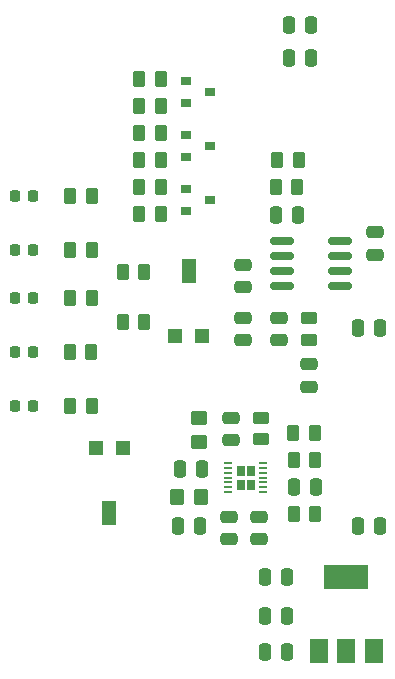
<source format=gtp>
%TF.GenerationSoftware,KiCad,Pcbnew,(6.0.1)*%
%TF.CreationDate,2022-01-31T22:44:09+01:00*%
%TF.ProjectId,TRX_Board,5452585f-426f-4617-9264-2e6b69636164,V 1.0a*%
%TF.SameCoordinates,Original*%
%TF.FileFunction,Paste,Top*%
%TF.FilePolarity,Positive*%
%FSLAX46Y46*%
G04 Gerber Fmt 4.6, Leading zero omitted, Abs format (unit mm)*
G04 Created by KiCad (PCBNEW (6.0.1)) date 2022-01-31 22:44:09*
%MOMM*%
%LPD*%
G01*
G04 APERTURE LIST*
G04 Aperture macros list*
%AMRoundRect*
0 Rectangle with rounded corners*
0 $1 Rounding radius*
0 $2 $3 $4 $5 $6 $7 $8 $9 X,Y pos of 4 corners*
0 Add a 4 corners polygon primitive as box body*
4,1,4,$2,$3,$4,$5,$6,$7,$8,$9,$2,$3,0*
0 Add four circle primitives for the rounded corners*
1,1,$1+$1,$2,$3*
1,1,$1+$1,$4,$5*
1,1,$1+$1,$6,$7*
1,1,$1+$1,$8,$9*
0 Add four rect primitives between the rounded corners*
20,1,$1+$1,$2,$3,$4,$5,0*
20,1,$1+$1,$4,$5,$6,$7,0*
20,1,$1+$1,$6,$7,$8,$9,0*
20,1,$1+$1,$8,$9,$2,$3,0*%
G04 Aperture macros list end*
%ADD10RoundRect,0.250000X-0.475000X0.250000X-0.475000X-0.250000X0.475000X-0.250000X0.475000X0.250000X0*%
%ADD11RoundRect,0.250000X0.250000X0.475000X-0.250000X0.475000X-0.250000X-0.475000X0.250000X-0.475000X0*%
%ADD12RoundRect,0.250000X0.475000X-0.250000X0.475000X0.250000X-0.475000X0.250000X-0.475000X-0.250000X0*%
%ADD13RoundRect,0.250000X-0.250000X-0.475000X0.250000X-0.475000X0.250000X0.475000X-0.250000X0.475000X0*%
%ADD14R,0.900000X0.800000*%
%ADD15RoundRect,0.249999X-0.262501X-0.450001X0.262501X-0.450001X0.262501X0.450001X-0.262501X0.450001X0*%
%ADD16RoundRect,0.249999X0.262501X0.450001X-0.262501X0.450001X-0.262501X-0.450001X0.262501X-0.450001X0*%
%ADD17RoundRect,0.249999X-0.450001X0.262501X-0.450001X-0.262501X0.450001X-0.262501X0.450001X0.262501X0*%
%ADD18RoundRect,0.249999X0.450001X-0.262501X0.450001X0.262501X-0.450001X0.262501X-0.450001X-0.262501X0*%
%ADD19R,1.500000X2.000000*%
%ADD20R,3.800000X2.000000*%
%ADD21RoundRect,0.150000X-0.825000X-0.150000X0.825000X-0.150000X0.825000X0.150000X-0.825000X0.150000X0*%
%ADD22R,0.700000X0.970000*%
%ADD23R,0.700000X0.250000*%
%ADD24R,1.300000X1.300000*%
%ADD25R,1.300000X2.000000*%
%ADD26RoundRect,0.249999X-0.450001X0.350001X-0.450001X-0.350001X0.450001X-0.350001X0.450001X0.350001X0*%
%ADD27RoundRect,0.249999X-0.350001X-0.450001X0.350001X-0.450001X0.350001X0.450001X-0.350001X0.450001X0*%
%ADD28RoundRect,0.218750X-0.218750X-0.256250X0.218750X-0.256250X0.218750X0.256250X-0.218750X0.256250X0*%
G04 APERTURE END LIST*
D10*
%TO.C,C1*%
X126746000Y-93157000D03*
X126746000Y-95057000D03*
%TD*%
D11*
%TO.C,C2*%
X130490000Y-121412000D03*
X128590000Y-121412000D03*
%TD*%
%TO.C,C3*%
X138364000Y-110744000D03*
X136464000Y-110744000D03*
%TD*%
D10*
%TO.C,C4*%
X126746000Y-88646000D03*
X126746000Y-90546000D03*
%TD*%
D12*
%TO.C,C5*%
X137922000Y-87818000D03*
X137922000Y-85918000D03*
%TD*%
D13*
%TO.C,C6*%
X129540000Y-84455000D03*
X131440000Y-84455000D03*
%TD*%
D11*
%TO.C,C7*%
X130490000Y-115062000D03*
X128590000Y-115062000D03*
%TD*%
D10*
%TO.C,C8*%
X132334000Y-97094000D03*
X132334000Y-98994000D03*
%TD*%
D11*
%TO.C,C9*%
X130490000Y-118364000D03*
X128590000Y-118364000D03*
%TD*%
D10*
%TO.C,C10*%
X129794000Y-93141800D03*
X129794000Y-95041800D03*
%TD*%
%TO.C,C11*%
X125603000Y-109982000D03*
X125603000Y-111882000D03*
%TD*%
D11*
%TO.C,C12*%
X132522000Y-71120000D03*
X130622000Y-71120000D03*
%TD*%
%TO.C,C13*%
X132522000Y-68326000D03*
X130622000Y-68326000D03*
%TD*%
%TO.C,C14*%
X138364000Y-93980000D03*
X136464000Y-93980000D03*
%TD*%
D10*
%TO.C,C15*%
X128143000Y-109982000D03*
X128143000Y-111882000D03*
%TD*%
%TO.C,C16*%
X125730000Y-101600000D03*
X125730000Y-103500000D03*
%TD*%
D11*
%TO.C,C17*%
X132964000Y-107442000D03*
X131064000Y-107442000D03*
%TD*%
%TO.C,C18*%
X123317000Y-105918000D03*
X121417000Y-105918000D03*
%TD*%
%TO.C,C19*%
X123124000Y-110744000D03*
X121224000Y-110744000D03*
%TD*%
D14*
%TO.C,Q1*%
X121936000Y-73091000D03*
X121936000Y-74991000D03*
X123936000Y-74041000D03*
%TD*%
%TO.C,Q2*%
X121920000Y-77663000D03*
X121920000Y-79563000D03*
X123920000Y-78613000D03*
%TD*%
%TO.C,Q3*%
X121920000Y-82235000D03*
X121920000Y-84135000D03*
X123920000Y-83185000D03*
%TD*%
D15*
%TO.C,R1*%
X129540000Y-82042000D03*
X131365000Y-82042000D03*
%TD*%
D16*
%TO.C,R2*%
X119808000Y-82042000D03*
X117983000Y-82042000D03*
%TD*%
%TO.C,R3*%
X119784500Y-75184000D03*
X117959500Y-75184000D03*
%TD*%
%TO.C,R4*%
X131468500Y-79756000D03*
X129643500Y-79756000D03*
%TD*%
%TO.C,R5*%
X119808000Y-79756000D03*
X117983000Y-79756000D03*
%TD*%
%TO.C,R6*%
X119784500Y-72898000D03*
X117959500Y-72898000D03*
%TD*%
%TO.C,R7*%
X119784500Y-77470000D03*
X117959500Y-77470000D03*
%TD*%
%TO.C,R8*%
X119808000Y-84328000D03*
X117983000Y-84328000D03*
%TD*%
D15*
%TO.C,R9*%
X116562500Y-89281000D03*
X118387500Y-89281000D03*
%TD*%
D17*
%TO.C,R10*%
X132334000Y-93169100D03*
X132334000Y-94994100D03*
%TD*%
D16*
%TO.C,R11*%
X118411000Y-93472000D03*
X116586000Y-93472000D03*
%TD*%
D18*
%TO.C,R12*%
X128270000Y-103425000D03*
X128270000Y-101600000D03*
%TD*%
D15*
%TO.C,R14*%
X131064000Y-105156000D03*
X132889000Y-105156000D03*
%TD*%
%TO.C,R15*%
X131064000Y-109728000D03*
X132889000Y-109728000D03*
%TD*%
D19*
%TO.C,U1*%
X133209000Y-121362000D03*
D20*
X135509000Y-115062000D03*
D19*
X135509000Y-121362000D03*
X137809000Y-121362000D03*
%TD*%
D21*
%TO.C,U2*%
X130048000Y-86614000D03*
X130048000Y-87884000D03*
X130048000Y-89154000D03*
X130048000Y-90424000D03*
X134998000Y-90424000D03*
X134998000Y-89154000D03*
X134998000Y-87884000D03*
X134998000Y-86614000D03*
%TD*%
D22*
%TO.C,U4*%
X126555000Y-106092500D03*
X126555000Y-107267500D03*
X127450000Y-107267500D03*
X127450000Y-106092500D03*
D23*
X125525000Y-105480000D03*
X125525000Y-105880000D03*
X125525000Y-106280000D03*
X125525000Y-106680000D03*
X125525000Y-107080000D03*
X125525000Y-107480000D03*
X125525000Y-107880000D03*
X128475000Y-107880000D03*
X128475000Y-107480000D03*
X128475000Y-107080000D03*
X128475000Y-106680000D03*
X128475000Y-106280000D03*
X128475000Y-105880000D03*
X128475000Y-105480000D03*
%TD*%
D24*
%TO.C,RV1*%
X123324000Y-94654000D03*
D25*
X122174000Y-89154000D03*
D24*
X121024000Y-94654000D03*
%TD*%
%TO.C,RV2*%
X114300000Y-104140000D03*
D25*
X115450000Y-109640000D03*
D24*
X116600000Y-104140000D03*
%TD*%
D26*
%TO.C,L1*%
X123063000Y-101632000D03*
X123063000Y-103632000D03*
%TD*%
D27*
%TO.C,L2*%
X121190000Y-108331000D03*
X123190000Y-108331000D03*
%TD*%
D28*
%TO.C,D1*%
X107416500Y-91440000D03*
X108991500Y-91440000D03*
%TD*%
%TO.C,D3*%
X107416500Y-100584000D03*
X108991500Y-100584000D03*
%TD*%
%TO.C,D4*%
X107442000Y-82804000D03*
X109017000Y-82804000D03*
%TD*%
%TO.C,D5*%
X107416500Y-87376000D03*
X108991500Y-87376000D03*
%TD*%
D15*
%TO.C,R16*%
X112141000Y-91440000D03*
X113966000Y-91440000D03*
%TD*%
%TO.C,R17*%
X112094000Y-96012000D03*
X113919000Y-96012000D03*
%TD*%
%TO.C,R19*%
X112117500Y-82804000D03*
X113942500Y-82804000D03*
%TD*%
%TO.C,R20*%
X112141000Y-87376000D03*
X113966000Y-87376000D03*
%TD*%
D28*
%TO.C,D2*%
X107416500Y-96012000D03*
X108991500Y-96012000D03*
%TD*%
D16*
%TO.C,R13*%
X132842000Y-102870000D03*
X131017000Y-102870000D03*
%TD*%
D15*
%TO.C,R18*%
X112117500Y-100584000D03*
X113942500Y-100584000D03*
%TD*%
M02*

</source>
